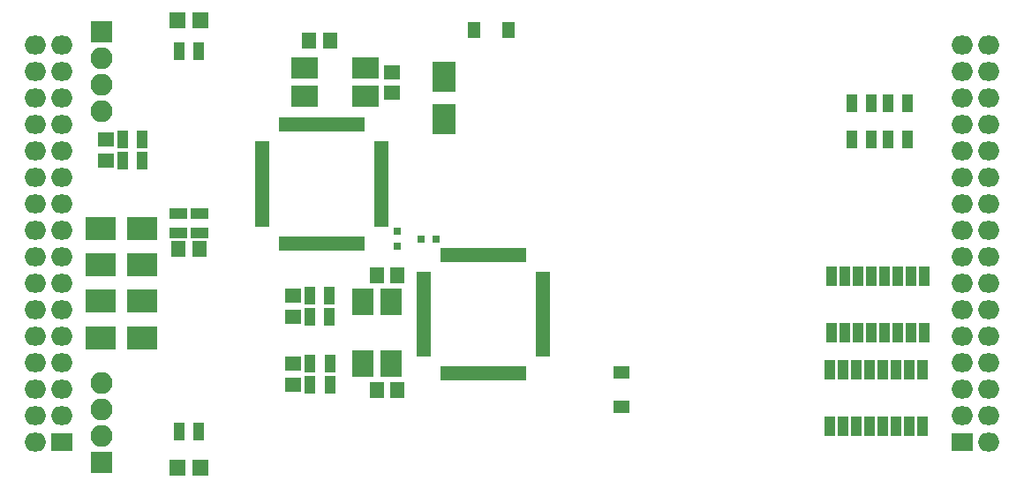
<source format=gbr>
%TF.GenerationSoftware,KiCad,Pcbnew,4.0.7-e2-6376~58~ubuntu16.04.1*%
%TF.CreationDate,2017-12-06T17:26:10+02:00*%
%TF.ProjectId,instrument_cluster,696E737472756D656E745F636C757374,rev?*%
%TF.FileFunction,Soldermask,Bot*%
%FSLAX46Y46*%
G04 Gerber Fmt 4.6, Leading zero omitted, Abs format (unit mm)*
G04 Created by KiCad (PCBNEW 4.0.7-e2-6376~58~ubuntu16.04.1) date Wed Dec  6 17:26:10 2017*
%MOMM*%
%LPD*%
G01*
G04 APERTURE LIST*
%ADD10C,0.100000*%
%ADD11R,1.400000X1.650000*%
%ADD12R,1.650000X1.400000*%
%ADD13R,2.200000X2.900000*%
%ADD14R,1.300000X1.600000*%
%ADD15R,1.600000X1.300000*%
%ADD16R,0.750000X0.750000*%
%ADD17R,2.100000X2.100000*%
%ADD18O,2.100000X2.100000*%
%ADD19R,1.100000X1.700000*%
%ADD20R,1.700000X1.100000*%
%ADD21R,1.000000X1.900000*%
%ADD22R,2.500000X2.100000*%
%ADD23R,2.100000X2.500000*%
%ADD24R,0.650000X1.400000*%
%ADD25R,1.400000X0.650000*%
%ADD26R,2.100000X1.800000*%
%ADD27O,2.100000X1.800000*%
%ADD28R,2.900000X2.200000*%
%ADD29R,1.600000X1.600000*%
G04 APERTURE END LIST*
D10*
D11*
X138000000Y-88500000D03*
X140000000Y-88500000D03*
D12*
X146000000Y-93500000D03*
X146000000Y-91500000D03*
X118500000Y-100000000D03*
X118500000Y-98000000D03*
D11*
X125500000Y-108500000D03*
X127500000Y-108500000D03*
X144500000Y-122000000D03*
X146500000Y-122000000D03*
X146500000Y-111000000D03*
X144500000Y-111000000D03*
D12*
X136500000Y-121500000D03*
X136500000Y-119500000D03*
X136500000Y-115000000D03*
X136500000Y-113000000D03*
D13*
X151000000Y-92000000D03*
X151000000Y-96000000D03*
D14*
X157150000Y-87500000D03*
X153850000Y-87500000D03*
D15*
X168000000Y-120350000D03*
X168000000Y-123650000D03*
D16*
X146500000Y-108225000D03*
X146500000Y-106775000D03*
X150225000Y-107500000D03*
X148775000Y-107500000D03*
D17*
X118110000Y-87630000D03*
D18*
X118110000Y-90170000D03*
X118110000Y-92710000D03*
X118110000Y-95250000D03*
D17*
X118110000Y-129000000D03*
D18*
X118110000Y-126460000D03*
X118110000Y-123920000D03*
X118110000Y-121380000D03*
D19*
X120100000Y-100000000D03*
X122000000Y-100000000D03*
X120100000Y-98000000D03*
X122000000Y-98000000D03*
D20*
X127500000Y-105050000D03*
X127500000Y-106950000D03*
X125500000Y-106950000D03*
X125500000Y-105050000D03*
D19*
X193550000Y-98000000D03*
X195450000Y-98000000D03*
X193550000Y-94500000D03*
X195450000Y-94500000D03*
X190050000Y-98000000D03*
X191950000Y-98000000D03*
X190050000Y-94500000D03*
X191950000Y-94500000D03*
X140000000Y-121500000D03*
X138100000Y-121500000D03*
X138100000Y-119500000D03*
X140000000Y-119500000D03*
X139950000Y-115000000D03*
X138050000Y-115000000D03*
X138050000Y-113000000D03*
X139950000Y-113000000D03*
D21*
X187960000Y-120100000D03*
X189230000Y-120100000D03*
X190500000Y-120100000D03*
X191770000Y-120100000D03*
X193040000Y-120100000D03*
X194310000Y-120100000D03*
X195580000Y-120100000D03*
X196850000Y-120100000D03*
X196850000Y-125500000D03*
X195580000Y-125500000D03*
X194310000Y-125500000D03*
X193040000Y-125500000D03*
X191770000Y-125500000D03*
X190500000Y-125500000D03*
X189230000Y-125500000D03*
X187960000Y-125500000D03*
X188110000Y-111100000D03*
X189380000Y-111100000D03*
X190650000Y-111100000D03*
X191920000Y-111100000D03*
X193190000Y-111100000D03*
X194460000Y-111100000D03*
X195730000Y-111100000D03*
X197000000Y-111100000D03*
X197000000Y-116500000D03*
X195730000Y-116500000D03*
X194460000Y-116500000D03*
X193190000Y-116500000D03*
X191920000Y-116500000D03*
X190650000Y-116500000D03*
X189380000Y-116500000D03*
X188110000Y-116500000D03*
D22*
X137550000Y-91150000D03*
X143450000Y-91150000D03*
X143450000Y-93850000D03*
X137550000Y-93850000D03*
D23*
X143150000Y-119450000D03*
X143150000Y-113550000D03*
X145850000Y-113550000D03*
X145850000Y-119450000D03*
D24*
X135500000Y-96550000D03*
X136000000Y-96550000D03*
X136500000Y-96550000D03*
X137000000Y-96550000D03*
X137500000Y-96550000D03*
X138000000Y-96550000D03*
X138500000Y-96550000D03*
X139000000Y-96550000D03*
X139500000Y-96550000D03*
X140000000Y-96550000D03*
X140500000Y-96550000D03*
X141000000Y-96550000D03*
X141500000Y-96550000D03*
X142000000Y-96550000D03*
X142500000Y-96550000D03*
X143000000Y-96550000D03*
D25*
X144950000Y-98500000D03*
X144950000Y-99000000D03*
X144950000Y-99500000D03*
X144950000Y-100000000D03*
X144950000Y-100500000D03*
X144950000Y-101000000D03*
X144950000Y-101500000D03*
X144950000Y-102000000D03*
X144950000Y-102500000D03*
X144950000Y-103000000D03*
X144950000Y-103500000D03*
X144950000Y-104000000D03*
X144950000Y-104500000D03*
X144950000Y-105000000D03*
X144950000Y-105500000D03*
X144950000Y-106000000D03*
D24*
X143000000Y-107950000D03*
X142500000Y-107950000D03*
X142000000Y-107950000D03*
X141500000Y-107950000D03*
X141000000Y-107950000D03*
X140500000Y-107950000D03*
X140000000Y-107950000D03*
X139500000Y-107950000D03*
X139000000Y-107950000D03*
X138500000Y-107950000D03*
X138000000Y-107950000D03*
X137500000Y-107950000D03*
X137000000Y-107950000D03*
X136500000Y-107950000D03*
X136000000Y-107950000D03*
X135500000Y-107950000D03*
D25*
X133550000Y-106000000D03*
X133550000Y-105500000D03*
X133550000Y-105000000D03*
X133550000Y-104500000D03*
X133550000Y-104000000D03*
X133550000Y-103500000D03*
X133550000Y-103000000D03*
X133550000Y-102500000D03*
X133550000Y-102000000D03*
X133550000Y-101500000D03*
X133550000Y-101000000D03*
X133550000Y-100500000D03*
X133550000Y-100000000D03*
X133550000Y-99500000D03*
X133550000Y-99000000D03*
X133550000Y-98500000D03*
X149050000Y-118500000D03*
X149050000Y-118000000D03*
X149050000Y-117500000D03*
X149050000Y-117000000D03*
X149050000Y-116500000D03*
X149050000Y-116000000D03*
X149050000Y-115500000D03*
X149050000Y-115000000D03*
X149050000Y-114500000D03*
X149050000Y-114000000D03*
X149050000Y-113500000D03*
X149050000Y-113000000D03*
X149050000Y-112500000D03*
X149050000Y-112000000D03*
X149050000Y-111500000D03*
X149050000Y-111000000D03*
D24*
X151000000Y-109050000D03*
X151500000Y-109050000D03*
X152000000Y-109050000D03*
X152500000Y-109050000D03*
X153000000Y-109050000D03*
X153500000Y-109050000D03*
X154000000Y-109050000D03*
X154500000Y-109050000D03*
X155000000Y-109050000D03*
X155500000Y-109050000D03*
X156000000Y-109050000D03*
X156500000Y-109050000D03*
X157000000Y-109050000D03*
X157500000Y-109050000D03*
X158000000Y-109050000D03*
X158500000Y-109050000D03*
D25*
X160450000Y-111000000D03*
X160450000Y-111500000D03*
X160450000Y-112000000D03*
X160450000Y-112500000D03*
X160450000Y-113000000D03*
X160450000Y-113500000D03*
X160450000Y-114000000D03*
X160450000Y-114500000D03*
X160450000Y-115000000D03*
X160450000Y-115500000D03*
X160450000Y-116000000D03*
X160450000Y-116500000D03*
X160450000Y-117000000D03*
X160450000Y-117500000D03*
X160450000Y-118000000D03*
X160450000Y-118500000D03*
D24*
X158500000Y-120450000D03*
X158000000Y-120450000D03*
X157500000Y-120450000D03*
X157000000Y-120450000D03*
X156500000Y-120450000D03*
X156000000Y-120450000D03*
X155500000Y-120450000D03*
X155000000Y-120450000D03*
X154500000Y-120450000D03*
X154000000Y-120450000D03*
X153500000Y-120450000D03*
X153000000Y-120450000D03*
X152500000Y-120450000D03*
X152000000Y-120450000D03*
X151500000Y-120450000D03*
X151000000Y-120450000D03*
D26*
X200660000Y-127000000D03*
D27*
X200660000Y-124460000D03*
X200660000Y-121920000D03*
X200660000Y-119380000D03*
X200660000Y-116840000D03*
X200660000Y-114300000D03*
X200660000Y-111760000D03*
X200660000Y-109220000D03*
X200660000Y-106680000D03*
X200660000Y-104140000D03*
X200660000Y-101600000D03*
X200660000Y-99060000D03*
X200660000Y-96520000D03*
X200660000Y-93980000D03*
X200660000Y-91440000D03*
X200660000Y-88900000D03*
X203200000Y-127000000D03*
X203200000Y-124460000D03*
X203200000Y-121920000D03*
X203200000Y-119380000D03*
X203200000Y-116840000D03*
X203200000Y-114300000D03*
X203200000Y-111760000D03*
X203200000Y-109220000D03*
X203200000Y-106680000D03*
X203200000Y-104140000D03*
X203200000Y-101600000D03*
X203200000Y-99060000D03*
X203200000Y-96520000D03*
X203200000Y-93980000D03*
X203200000Y-91440000D03*
X203200000Y-88900000D03*
D26*
X114300000Y-127000000D03*
D27*
X114300000Y-121920000D03*
X114300000Y-124460000D03*
X114300000Y-119380000D03*
X114300000Y-116840000D03*
X114300000Y-114300000D03*
X114300000Y-111760000D03*
X114300000Y-109220000D03*
X114300000Y-106680000D03*
X114300000Y-104140000D03*
X114300000Y-101600000D03*
X114300000Y-99060000D03*
X114300000Y-96520000D03*
X114300000Y-93980000D03*
X114300000Y-91440000D03*
X114300000Y-88900000D03*
X111760000Y-127000000D03*
X111760000Y-124460000D03*
X111760000Y-121920000D03*
X111760000Y-119380000D03*
X111760000Y-116840000D03*
X111760000Y-114300000D03*
X111760000Y-111760000D03*
X111760000Y-109220000D03*
X111760000Y-106680000D03*
X111760000Y-104140000D03*
X111760000Y-101600000D03*
X111760000Y-99060000D03*
X111760000Y-96520000D03*
X111760000Y-93980000D03*
X111760000Y-91440000D03*
X111760000Y-88900000D03*
D28*
X118000000Y-113500000D03*
X122000000Y-113500000D03*
X122000000Y-117000000D03*
X118000000Y-117000000D03*
X118000000Y-106500000D03*
X122000000Y-106500000D03*
X122000000Y-110000000D03*
X118000000Y-110000000D03*
D29*
X127600000Y-86500000D03*
X125400000Y-86500000D03*
X127600000Y-129500000D03*
X125400000Y-129500000D03*
D19*
X125550000Y-89500000D03*
X127450000Y-89500000D03*
X127450000Y-126000000D03*
X125550000Y-126000000D03*
M02*

</source>
